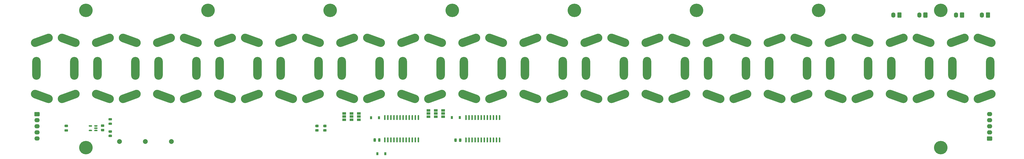
<source format=gbs>
G04 #@! TF.GenerationSoftware,KiCad,Pcbnew,6.0.5+dfsg-1~bpo11+1*
G04 #@! TF.CreationDate,2022-08-13T18:52:41+00:00*
G04 #@! TF.ProjectId,switch_board,73776974-6368-45f6-926f-6172642e6b69,0.1*
G04 #@! TF.SameCoordinates,Original*
G04 #@! TF.FileFunction,Soldermask,Bot*
G04 #@! TF.FilePolarity,Negative*
%FSLAX46Y46*%
G04 Gerber Fmt 4.6, Leading zero omitted, Abs format (unit mm)*
G04 Created by KiCad (PCBNEW 6.0.5+dfsg-1~bpo11+1) date 2022-08-13 18:52:41*
%MOMM*%
%LPD*%
G01*
G04 APERTURE LIST*
%ADD10O,3.500000X9.500000*%
%ADD11C,5.600000*%
%ADD12O,1.740000X2.190000*%
%ADD13O,2.190000X1.740000*%
%ADD14C,2.000000*%
%ADD15R,0.900000X1.200000*%
%ADD16R,1.500000X1.000000*%
G04 APERTURE END LIST*
G36*
G01*
X250632543Y-141354522D02*
X244994387Y-139302402D01*
G75*
G02*
X243948460Y-137059405I598535J1644462D01*
G01*
X243948460Y-137059405D01*
G75*
G02*
X246191457Y-136013478I1644462J-598535D01*
G01*
X251829613Y-138065598D01*
G75*
G02*
X252875540Y-140308595I-598535J-1644462D01*
G01*
X252875540Y-140308595D01*
G75*
G02*
X250632543Y-141354522I-1644462J598535D01*
G01*
G37*
D10*
X246126000Y-127000000D03*
G36*
G01*
X244994387Y-114697598D02*
X250632543Y-112645478D01*
G75*
G02*
X252875540Y-113691405I598535J-1644462D01*
G01*
X252875540Y-113691405D01*
G75*
G02*
X251829613Y-115934402I-1644462J-598535D01*
G01*
X246191457Y-117986522D01*
G75*
G02*
X243948460Y-116940595I-598535J1644462D01*
G01*
X243948460Y-116940595D01*
G75*
G02*
X244994387Y-114697598I1644462J598535D01*
G01*
G37*
G36*
G01*
X256170387Y-138065598D02*
X261808543Y-136013478D01*
G75*
G02*
X264051540Y-137059405I598535J-1644462D01*
G01*
X264051540Y-137059405D01*
G75*
G02*
X263005613Y-139302402I-1644462J-598535D01*
G01*
X257367457Y-141354522D01*
G75*
G02*
X255124460Y-140308595I-598535J1644462D01*
G01*
X255124460Y-140308595D01*
G75*
G02*
X256170387Y-138065598I1644462J598535D01*
G01*
G37*
X261874000Y-127000000D03*
G36*
G01*
X261808543Y-117986522D02*
X256170387Y-115934402D01*
G75*
G02*
X255124460Y-113691405I598535J1644462D01*
G01*
X255124460Y-113691405D01*
G75*
G02*
X257367457Y-112645478I1644462J-598535D01*
G01*
X263005613Y-114697598D01*
G75*
G02*
X264051540Y-116940595I-598535J-1644462D01*
G01*
X264051540Y-116940595D01*
G75*
G02*
X261808543Y-117986522I-1644462J598535D01*
G01*
G37*
G36*
G01*
X377632543Y-141354522D02*
X371994387Y-139302402D01*
G75*
G02*
X370948460Y-137059405I598535J1644462D01*
G01*
X370948460Y-137059405D01*
G75*
G02*
X373191457Y-136013478I1644462J-598535D01*
G01*
X378829613Y-138065598D01*
G75*
G02*
X379875540Y-140308595I-598535J-1644462D01*
G01*
X379875540Y-140308595D01*
G75*
G02*
X377632543Y-141354522I-1644462J598535D01*
G01*
G37*
X373126000Y-127000000D03*
G36*
G01*
X371994387Y-114697598D02*
X377632543Y-112645478D01*
G75*
G02*
X379875540Y-113691405I598535J-1644462D01*
G01*
X379875540Y-113691405D01*
G75*
G02*
X378829613Y-115934402I-1644462J-598535D01*
G01*
X373191457Y-117986522D01*
G75*
G02*
X370948460Y-116940595I-598535J1644462D01*
G01*
X370948460Y-116940595D01*
G75*
G02*
X371994387Y-114697598I1644462J598535D01*
G01*
G37*
G36*
G01*
X383170387Y-138065598D02*
X388808543Y-136013478D01*
G75*
G02*
X391051540Y-137059405I598535J-1644462D01*
G01*
X391051540Y-137059405D01*
G75*
G02*
X390005613Y-139302402I-1644462J-598535D01*
G01*
X384367457Y-141354522D01*
G75*
G02*
X382124460Y-140308595I-598535J1644462D01*
G01*
X382124460Y-140308595D01*
G75*
G02*
X383170387Y-138065598I1644462J598535D01*
G01*
G37*
X388874000Y-127000000D03*
G36*
G01*
X388808543Y-117986522D02*
X383170387Y-115934402D01*
G75*
G02*
X382124460Y-113691405I598535J1644462D01*
G01*
X382124460Y-113691405D01*
G75*
G02*
X384367457Y-112645478I1644462J-598535D01*
G01*
X390005613Y-114697598D01*
G75*
G02*
X391051540Y-116940595I-598535J-1644462D01*
G01*
X391051540Y-116940595D01*
G75*
G02*
X388808543Y-117986522I-1644462J598535D01*
G01*
G37*
G36*
G01*
X174432543Y-141354522D02*
X168794387Y-139302402D01*
G75*
G02*
X167748460Y-137059405I598535J1644462D01*
G01*
X167748460Y-137059405D01*
G75*
G02*
X169991457Y-136013478I1644462J-598535D01*
G01*
X175629613Y-138065598D01*
G75*
G02*
X176675540Y-140308595I-598535J-1644462D01*
G01*
X176675540Y-140308595D01*
G75*
G02*
X174432543Y-141354522I-1644462J598535D01*
G01*
G37*
X169926000Y-127000000D03*
G36*
G01*
X168794387Y-114697598D02*
X174432543Y-112645478D01*
G75*
G02*
X176675540Y-113691405I598535J-1644462D01*
G01*
X176675540Y-113691405D01*
G75*
G02*
X175629613Y-115934402I-1644462J-598535D01*
G01*
X169991457Y-117986522D01*
G75*
G02*
X167748460Y-116940595I-598535J1644462D01*
G01*
X167748460Y-116940595D01*
G75*
G02*
X168794387Y-114697598I1644462J598535D01*
G01*
G37*
G36*
G01*
X179970387Y-138065598D02*
X185608543Y-136013478D01*
G75*
G02*
X187851540Y-137059405I598535J-1644462D01*
G01*
X187851540Y-137059405D01*
G75*
G02*
X186805613Y-139302402I-1644462J-598535D01*
G01*
X181167457Y-141354522D01*
G75*
G02*
X178924460Y-140308595I-598535J1644462D01*
G01*
X178924460Y-140308595D01*
G75*
G02*
X179970387Y-138065598I1644462J598535D01*
G01*
G37*
X185674000Y-127000000D03*
G36*
G01*
X185608543Y-117986522D02*
X179970387Y-115934402D01*
G75*
G02*
X178924460Y-113691405I598535J1644462D01*
G01*
X178924460Y-113691405D01*
G75*
G02*
X181167457Y-112645478I1644462J-598535D01*
G01*
X186805613Y-114697598D01*
G75*
G02*
X187851540Y-116940595I-598535J-1644462D01*
G01*
X187851540Y-116940595D01*
G75*
G02*
X185608543Y-117986522I-1644462J598535D01*
G01*
G37*
G36*
G01*
X47432543Y-141354522D02*
X41794387Y-139302402D01*
G75*
G02*
X40748460Y-137059405I598535J1644462D01*
G01*
X40748460Y-137059405D01*
G75*
G02*
X42991457Y-136013478I1644462J-598535D01*
G01*
X48629613Y-138065598D01*
G75*
G02*
X49675540Y-140308595I-598535J-1644462D01*
G01*
X49675540Y-140308595D01*
G75*
G02*
X47432543Y-141354522I-1644462J598535D01*
G01*
G37*
X42926000Y-127000000D03*
G36*
G01*
X41794387Y-114697598D02*
X47432543Y-112645478D01*
G75*
G02*
X49675540Y-113691405I598535J-1644462D01*
G01*
X49675540Y-113691405D01*
G75*
G02*
X48629613Y-115934402I-1644462J-598535D01*
G01*
X42991457Y-117986522D01*
G75*
G02*
X40748460Y-116940595I-598535J1644462D01*
G01*
X40748460Y-116940595D01*
G75*
G02*
X41794387Y-114697598I1644462J598535D01*
G01*
G37*
G36*
G01*
X52970387Y-138065598D02*
X58608543Y-136013478D01*
G75*
G02*
X60851540Y-137059405I598535J-1644462D01*
G01*
X60851540Y-137059405D01*
G75*
G02*
X59805613Y-139302402I-1644462J-598535D01*
G01*
X54167457Y-141354522D01*
G75*
G02*
X51924460Y-140308595I-598535J1644462D01*
G01*
X51924460Y-140308595D01*
G75*
G02*
X52970387Y-138065598I1644462J598535D01*
G01*
G37*
X58674000Y-127000000D03*
G36*
G01*
X58608543Y-117986522D02*
X52970387Y-115934402D01*
G75*
G02*
X51924460Y-113691405I598535J1644462D01*
G01*
X51924460Y-113691405D01*
G75*
G02*
X54167457Y-112645478I1644462J-598535D01*
G01*
X59805613Y-114697598D01*
G75*
G02*
X60851540Y-116940595I-598535J-1644462D01*
G01*
X60851540Y-116940595D01*
G75*
G02*
X58608543Y-117986522I-1644462J598535D01*
G01*
G37*
G36*
G01*
X403032543Y-141354522D02*
X397394387Y-139302402D01*
G75*
G02*
X396348460Y-137059405I598535J1644462D01*
G01*
X396348460Y-137059405D01*
G75*
G02*
X398591457Y-136013478I1644462J-598535D01*
G01*
X404229613Y-138065598D01*
G75*
G02*
X405275540Y-140308595I-598535J-1644462D01*
G01*
X405275540Y-140308595D01*
G75*
G02*
X403032543Y-141354522I-1644462J598535D01*
G01*
G37*
X398526000Y-127000000D03*
G36*
G01*
X397394387Y-114697598D02*
X403032543Y-112645478D01*
G75*
G02*
X405275540Y-113691405I598535J-1644462D01*
G01*
X405275540Y-113691405D01*
G75*
G02*
X404229613Y-115934402I-1644462J-598535D01*
G01*
X398591457Y-117986522D01*
G75*
G02*
X396348460Y-116940595I-598535J1644462D01*
G01*
X396348460Y-116940595D01*
G75*
G02*
X397394387Y-114697598I1644462J598535D01*
G01*
G37*
G36*
G01*
X408570387Y-138065598D02*
X414208543Y-136013478D01*
G75*
G02*
X416451540Y-137059405I598535J-1644462D01*
G01*
X416451540Y-137059405D01*
G75*
G02*
X415405613Y-139302402I-1644462J-598535D01*
G01*
X409767457Y-141354522D01*
G75*
G02*
X407524460Y-140308595I-598535J1644462D01*
G01*
X407524460Y-140308595D01*
G75*
G02*
X408570387Y-138065598I1644462J598535D01*
G01*
G37*
X414274000Y-127000000D03*
G36*
G01*
X414208543Y-117986522D02*
X408570387Y-115934402D01*
G75*
G02*
X407524460Y-113691405I598535J1644462D01*
G01*
X407524460Y-113691405D01*
G75*
G02*
X409767457Y-112645478I1644462J-598535D01*
G01*
X415405613Y-114697598D01*
G75*
G02*
X416451540Y-116940595I-598535J-1644462D01*
G01*
X416451540Y-116940595D01*
G75*
G02*
X414208543Y-117986522I-1644462J598535D01*
G01*
G37*
G36*
G01*
X98232543Y-141354522D02*
X92594387Y-139302402D01*
G75*
G02*
X91548460Y-137059405I598535J1644462D01*
G01*
X91548460Y-137059405D01*
G75*
G02*
X93791457Y-136013478I1644462J-598535D01*
G01*
X99429613Y-138065598D01*
G75*
G02*
X100475540Y-140308595I-598535J-1644462D01*
G01*
X100475540Y-140308595D01*
G75*
G02*
X98232543Y-141354522I-1644462J598535D01*
G01*
G37*
X93726000Y-127000000D03*
G36*
G01*
X92594387Y-114697598D02*
X98232543Y-112645478D01*
G75*
G02*
X100475540Y-113691405I598535J-1644462D01*
G01*
X100475540Y-113691405D01*
G75*
G02*
X99429613Y-115934402I-1644462J-598535D01*
G01*
X93791457Y-117986522D01*
G75*
G02*
X91548460Y-116940595I-598535J1644462D01*
G01*
X91548460Y-116940595D01*
G75*
G02*
X92594387Y-114697598I1644462J598535D01*
G01*
G37*
G36*
G01*
X103770387Y-138065598D02*
X109408543Y-136013478D01*
G75*
G02*
X111651540Y-137059405I598535J-1644462D01*
G01*
X111651540Y-137059405D01*
G75*
G02*
X110605613Y-139302402I-1644462J-598535D01*
G01*
X104967457Y-141354522D01*
G75*
G02*
X102724460Y-140308595I-598535J1644462D01*
G01*
X102724460Y-140308595D01*
G75*
G02*
X103770387Y-138065598I1644462J598535D01*
G01*
G37*
X109474000Y-127000000D03*
G36*
G01*
X109408543Y-117986522D02*
X103770387Y-115934402D01*
G75*
G02*
X102724460Y-113691405I598535J1644462D01*
G01*
X102724460Y-113691405D01*
G75*
G02*
X104967457Y-112645478I1644462J-598535D01*
G01*
X110605613Y-114697598D01*
G75*
G02*
X111651540Y-116940595I-598535J-1644462D01*
G01*
X111651540Y-116940595D01*
G75*
G02*
X109408543Y-117986522I-1644462J598535D01*
G01*
G37*
D11*
X292100000Y-102870000D03*
X38100000Y-160020000D03*
X88900000Y-102870000D03*
X38100000Y-102870000D03*
G36*
G01*
X22032543Y-141354522D02*
X16394387Y-139302402D01*
G75*
G02*
X15348460Y-137059405I598535J1644462D01*
G01*
X15348460Y-137059405D01*
G75*
G02*
X17591457Y-136013478I1644462J-598535D01*
G01*
X23229613Y-138065598D01*
G75*
G02*
X24275540Y-140308595I-598535J-1644462D01*
G01*
X24275540Y-140308595D01*
G75*
G02*
X22032543Y-141354522I-1644462J598535D01*
G01*
G37*
D10*
X17526000Y-127000000D03*
G36*
G01*
X16394387Y-114697598D02*
X22032543Y-112645478D01*
G75*
G02*
X24275540Y-113691405I598535J-1644462D01*
G01*
X24275540Y-113691405D01*
G75*
G02*
X23229613Y-115934402I-1644462J-598535D01*
G01*
X17591457Y-117986522D01*
G75*
G02*
X15348460Y-116940595I-598535J1644462D01*
G01*
X15348460Y-116940595D01*
G75*
G02*
X16394387Y-114697598I1644462J598535D01*
G01*
G37*
G36*
G01*
X27570387Y-138065598D02*
X33208543Y-136013478D01*
G75*
G02*
X35451540Y-137059405I598535J-1644462D01*
G01*
X35451540Y-137059405D01*
G75*
G02*
X34405613Y-139302402I-1644462J-598535D01*
G01*
X28767457Y-141354522D01*
G75*
G02*
X26524460Y-140308595I-598535J1644462D01*
G01*
X26524460Y-140308595D01*
G75*
G02*
X27570387Y-138065598I1644462J598535D01*
G01*
G37*
X33274000Y-127000000D03*
G36*
G01*
X33208543Y-117986522D02*
X27570387Y-115934402D01*
G75*
G02*
X26524460Y-113691405I598535J1644462D01*
G01*
X26524460Y-113691405D01*
G75*
G02*
X28767457Y-112645478I1644462J-598535D01*
G01*
X34405613Y-114697598D01*
G75*
G02*
X35451540Y-116940595I-598535J-1644462D01*
G01*
X35451540Y-116940595D01*
G75*
G02*
X33208543Y-117986522I-1644462J598535D01*
G01*
G37*
G36*
G01*
X225232543Y-141354522D02*
X219594387Y-139302402D01*
G75*
G02*
X218548460Y-137059405I598535J1644462D01*
G01*
X218548460Y-137059405D01*
G75*
G02*
X220791457Y-136013478I1644462J-598535D01*
G01*
X226429613Y-138065598D01*
G75*
G02*
X227475540Y-140308595I-598535J-1644462D01*
G01*
X227475540Y-140308595D01*
G75*
G02*
X225232543Y-141354522I-1644462J598535D01*
G01*
G37*
X220726000Y-127000000D03*
G36*
G01*
X219594387Y-114697598D02*
X225232543Y-112645478D01*
G75*
G02*
X227475540Y-113691405I598535J-1644462D01*
G01*
X227475540Y-113691405D01*
G75*
G02*
X226429613Y-115934402I-1644462J-598535D01*
G01*
X220791457Y-117986522D01*
G75*
G02*
X218548460Y-116940595I-598535J1644462D01*
G01*
X218548460Y-116940595D01*
G75*
G02*
X219594387Y-114697598I1644462J598535D01*
G01*
G37*
G36*
G01*
X230770387Y-138065598D02*
X236408543Y-136013478D01*
G75*
G02*
X238651540Y-137059405I598535J-1644462D01*
G01*
X238651540Y-137059405D01*
G75*
G02*
X237605613Y-139302402I-1644462J-598535D01*
G01*
X231967457Y-141354522D01*
G75*
G02*
X229724460Y-140308595I-598535J1644462D01*
G01*
X229724460Y-140308595D01*
G75*
G02*
X230770387Y-138065598I1644462J598535D01*
G01*
G37*
X236474000Y-127000000D03*
G36*
G01*
X236408543Y-117986522D02*
X230770387Y-115934402D01*
G75*
G02*
X229724460Y-113691405I598535J1644462D01*
G01*
X229724460Y-113691405D01*
G75*
G02*
X231967457Y-112645478I1644462J-598535D01*
G01*
X237605613Y-114697598D01*
G75*
G02*
X238651540Y-116940595I-598535J-1644462D01*
G01*
X238651540Y-116940595D01*
G75*
G02*
X236408543Y-117986522I-1644462J598535D01*
G01*
G37*
G36*
G01*
X123632543Y-141354522D02*
X117994387Y-139302402D01*
G75*
G02*
X116948460Y-137059405I598535J1644462D01*
G01*
X116948460Y-137059405D01*
G75*
G02*
X119191457Y-136013478I1644462J-598535D01*
G01*
X124829613Y-138065598D01*
G75*
G02*
X125875540Y-140308595I-598535J-1644462D01*
G01*
X125875540Y-140308595D01*
G75*
G02*
X123632543Y-141354522I-1644462J598535D01*
G01*
G37*
X119126000Y-127000000D03*
G36*
G01*
X117994387Y-114697598D02*
X123632543Y-112645478D01*
G75*
G02*
X125875540Y-113691405I598535J-1644462D01*
G01*
X125875540Y-113691405D01*
G75*
G02*
X124829613Y-115934402I-1644462J-598535D01*
G01*
X119191457Y-117986522D01*
G75*
G02*
X116948460Y-116940595I-598535J1644462D01*
G01*
X116948460Y-116940595D01*
G75*
G02*
X117994387Y-114697598I1644462J598535D01*
G01*
G37*
G36*
G01*
X129170387Y-138065598D02*
X134808543Y-136013478D01*
G75*
G02*
X137051540Y-137059405I598535J-1644462D01*
G01*
X137051540Y-137059405D01*
G75*
G02*
X136005613Y-139302402I-1644462J-598535D01*
G01*
X130367457Y-141354522D01*
G75*
G02*
X128124460Y-140308595I-598535J1644462D01*
G01*
X128124460Y-140308595D01*
G75*
G02*
X129170387Y-138065598I1644462J598535D01*
G01*
G37*
X134874000Y-127000000D03*
G36*
G01*
X134808543Y-117986522D02*
X129170387Y-115934402D01*
G75*
G02*
X128124460Y-113691405I598535J1644462D01*
G01*
X128124460Y-113691405D01*
G75*
G02*
X130367457Y-112645478I1644462J-598535D01*
G01*
X136005613Y-114697598D01*
G75*
G02*
X137051540Y-116940595I-598535J-1644462D01*
G01*
X137051540Y-116940595D01*
G75*
G02*
X134808543Y-117986522I-1644462J598535D01*
G01*
G37*
G36*
G01*
X326832543Y-141354522D02*
X321194387Y-139302402D01*
G75*
G02*
X320148460Y-137059405I598535J1644462D01*
G01*
X320148460Y-137059405D01*
G75*
G02*
X322391457Y-136013478I1644462J-598535D01*
G01*
X328029613Y-138065598D01*
G75*
G02*
X329075540Y-140308595I-598535J-1644462D01*
G01*
X329075540Y-140308595D01*
G75*
G02*
X326832543Y-141354522I-1644462J598535D01*
G01*
G37*
X322326000Y-127000000D03*
G36*
G01*
X321194387Y-114697598D02*
X326832543Y-112645478D01*
G75*
G02*
X329075540Y-113691405I598535J-1644462D01*
G01*
X329075540Y-113691405D01*
G75*
G02*
X328029613Y-115934402I-1644462J-598535D01*
G01*
X322391457Y-117986522D01*
G75*
G02*
X320148460Y-116940595I-598535J1644462D01*
G01*
X320148460Y-116940595D01*
G75*
G02*
X321194387Y-114697598I1644462J598535D01*
G01*
G37*
G36*
G01*
X332370387Y-138065598D02*
X338008543Y-136013478D01*
G75*
G02*
X340251540Y-137059405I598535J-1644462D01*
G01*
X340251540Y-137059405D01*
G75*
G02*
X339205613Y-139302402I-1644462J-598535D01*
G01*
X333567457Y-141354522D01*
G75*
G02*
X331324460Y-140308595I-598535J1644462D01*
G01*
X331324460Y-140308595D01*
G75*
G02*
X332370387Y-138065598I1644462J598535D01*
G01*
G37*
X338074000Y-127000000D03*
G36*
G01*
X338008543Y-117986522D02*
X332370387Y-115934402D01*
G75*
G02*
X331324460Y-113691405I598535J1644462D01*
G01*
X331324460Y-113691405D01*
G75*
G02*
X333567457Y-112645478I1644462J-598535D01*
G01*
X339205613Y-114697598D01*
G75*
G02*
X340251540Y-116940595I-598535J-1644462D01*
G01*
X340251540Y-116940595D01*
G75*
G02*
X338008543Y-117986522I-1644462J598535D01*
G01*
G37*
D11*
X139700000Y-102870000D03*
G36*
G01*
X276032543Y-141354522D02*
X270394387Y-139302402D01*
G75*
G02*
X269348460Y-137059405I598535J1644462D01*
G01*
X269348460Y-137059405D01*
G75*
G02*
X271591457Y-136013478I1644462J-598535D01*
G01*
X277229613Y-138065598D01*
G75*
G02*
X278275540Y-140308595I-598535J-1644462D01*
G01*
X278275540Y-140308595D01*
G75*
G02*
X276032543Y-141354522I-1644462J598535D01*
G01*
G37*
D10*
X271526000Y-127000000D03*
G36*
G01*
X270394387Y-114697598D02*
X276032543Y-112645478D01*
G75*
G02*
X278275540Y-113691405I598535J-1644462D01*
G01*
X278275540Y-113691405D01*
G75*
G02*
X277229613Y-115934402I-1644462J-598535D01*
G01*
X271591457Y-117986522D01*
G75*
G02*
X269348460Y-116940595I-598535J1644462D01*
G01*
X269348460Y-116940595D01*
G75*
G02*
X270394387Y-114697598I1644462J598535D01*
G01*
G37*
G36*
G01*
X281570387Y-138065598D02*
X287208543Y-136013478D01*
G75*
G02*
X289451540Y-137059405I598535J-1644462D01*
G01*
X289451540Y-137059405D01*
G75*
G02*
X288405613Y-139302402I-1644462J-598535D01*
G01*
X282767457Y-141354522D01*
G75*
G02*
X280524460Y-140308595I-598535J1644462D01*
G01*
X280524460Y-140308595D01*
G75*
G02*
X281570387Y-138065598I1644462J598535D01*
G01*
G37*
X287274000Y-127000000D03*
G36*
G01*
X287208543Y-117986522D02*
X281570387Y-115934402D01*
G75*
G02*
X280524460Y-113691405I598535J1644462D01*
G01*
X280524460Y-113691405D01*
G75*
G02*
X282767457Y-112645478I1644462J-598535D01*
G01*
X288405613Y-114697598D01*
G75*
G02*
X289451540Y-116940595I-598535J-1644462D01*
G01*
X289451540Y-116940595D01*
G75*
G02*
X287208543Y-117986522I-1644462J598535D01*
G01*
G37*
G36*
G01*
X149032543Y-141354522D02*
X143394387Y-139302402D01*
G75*
G02*
X142348460Y-137059405I598535J1644462D01*
G01*
X142348460Y-137059405D01*
G75*
G02*
X144591457Y-136013478I1644462J-598535D01*
G01*
X150229613Y-138065598D01*
G75*
G02*
X151275540Y-140308595I-598535J-1644462D01*
G01*
X151275540Y-140308595D01*
G75*
G02*
X149032543Y-141354522I-1644462J598535D01*
G01*
G37*
X144526000Y-127000000D03*
G36*
G01*
X143394387Y-114697598D02*
X149032543Y-112645478D01*
G75*
G02*
X151275540Y-113691405I598535J-1644462D01*
G01*
X151275540Y-113691405D01*
G75*
G02*
X150229613Y-115934402I-1644462J-598535D01*
G01*
X144591457Y-117986522D01*
G75*
G02*
X142348460Y-116940595I-598535J1644462D01*
G01*
X142348460Y-116940595D01*
G75*
G02*
X143394387Y-114697598I1644462J598535D01*
G01*
G37*
G36*
G01*
X154570387Y-138065598D02*
X160208543Y-136013478D01*
G75*
G02*
X162451540Y-137059405I598535J-1644462D01*
G01*
X162451540Y-137059405D01*
G75*
G02*
X161405613Y-139302402I-1644462J-598535D01*
G01*
X155767457Y-141354522D01*
G75*
G02*
X153524460Y-140308595I-598535J1644462D01*
G01*
X153524460Y-140308595D01*
G75*
G02*
X154570387Y-138065598I1644462J598535D01*
G01*
G37*
X160274000Y-127000000D03*
G36*
G01*
X160208543Y-117986522D02*
X154570387Y-115934402D01*
G75*
G02*
X153524460Y-113691405I598535J1644462D01*
G01*
X153524460Y-113691405D01*
G75*
G02*
X155767457Y-112645478I1644462J-598535D01*
G01*
X161405613Y-114697598D01*
G75*
G02*
X162451540Y-116940595I-598535J-1644462D01*
G01*
X162451540Y-116940595D01*
G75*
G02*
X160208543Y-117986522I-1644462J598535D01*
G01*
G37*
G36*
G01*
X301432543Y-141354522D02*
X295794387Y-139302402D01*
G75*
G02*
X294748460Y-137059405I598535J1644462D01*
G01*
X294748460Y-137059405D01*
G75*
G02*
X296991457Y-136013478I1644462J-598535D01*
G01*
X302629613Y-138065598D01*
G75*
G02*
X303675540Y-140308595I-598535J-1644462D01*
G01*
X303675540Y-140308595D01*
G75*
G02*
X301432543Y-141354522I-1644462J598535D01*
G01*
G37*
X296926000Y-127000000D03*
G36*
G01*
X295794387Y-114697598D02*
X301432543Y-112645478D01*
G75*
G02*
X303675540Y-113691405I598535J-1644462D01*
G01*
X303675540Y-113691405D01*
G75*
G02*
X302629613Y-115934402I-1644462J-598535D01*
G01*
X296991457Y-117986522D01*
G75*
G02*
X294748460Y-116940595I-598535J1644462D01*
G01*
X294748460Y-116940595D01*
G75*
G02*
X295794387Y-114697598I1644462J598535D01*
G01*
G37*
G36*
G01*
X306970387Y-138065598D02*
X312608543Y-136013478D01*
G75*
G02*
X314851540Y-137059405I598535J-1644462D01*
G01*
X314851540Y-137059405D01*
G75*
G02*
X313805613Y-139302402I-1644462J-598535D01*
G01*
X308167457Y-141354522D01*
G75*
G02*
X305924460Y-140308595I-598535J1644462D01*
G01*
X305924460Y-140308595D01*
G75*
G02*
X306970387Y-138065598I1644462J598535D01*
G01*
G37*
X312674000Y-127000000D03*
G36*
G01*
X312608543Y-117986522D02*
X306970387Y-115934402D01*
G75*
G02*
X305924460Y-113691405I598535J1644462D01*
G01*
X305924460Y-113691405D01*
G75*
G02*
X308167457Y-112645478I1644462J-598535D01*
G01*
X313805613Y-114697598D01*
G75*
G02*
X314851540Y-116940595I-598535J-1644462D01*
G01*
X314851540Y-116940595D01*
G75*
G02*
X312608543Y-117986522I-1644462J598535D01*
G01*
G37*
G36*
G01*
X199832543Y-141354522D02*
X194194387Y-139302402D01*
G75*
G02*
X193148460Y-137059405I598535J1644462D01*
G01*
X193148460Y-137059405D01*
G75*
G02*
X195391457Y-136013478I1644462J-598535D01*
G01*
X201029613Y-138065598D01*
G75*
G02*
X202075540Y-140308595I-598535J-1644462D01*
G01*
X202075540Y-140308595D01*
G75*
G02*
X199832543Y-141354522I-1644462J598535D01*
G01*
G37*
X195326000Y-127000000D03*
G36*
G01*
X194194387Y-114697598D02*
X199832543Y-112645478D01*
G75*
G02*
X202075540Y-113691405I598535J-1644462D01*
G01*
X202075540Y-113691405D01*
G75*
G02*
X201029613Y-115934402I-1644462J-598535D01*
G01*
X195391457Y-117986522D01*
G75*
G02*
X193148460Y-116940595I-598535J1644462D01*
G01*
X193148460Y-116940595D01*
G75*
G02*
X194194387Y-114697598I1644462J598535D01*
G01*
G37*
G36*
G01*
X205370387Y-138065598D02*
X211008543Y-136013478D01*
G75*
G02*
X213251540Y-137059405I598535J-1644462D01*
G01*
X213251540Y-137059405D01*
G75*
G02*
X212205613Y-139302402I-1644462J-598535D01*
G01*
X206567457Y-141354522D01*
G75*
G02*
X204324460Y-140308595I-598535J1644462D01*
G01*
X204324460Y-140308595D01*
G75*
G02*
X205370387Y-138065598I1644462J598535D01*
G01*
G37*
X211074000Y-127000000D03*
G36*
G01*
X211008543Y-117986522D02*
X205370387Y-115934402D01*
G75*
G02*
X204324460Y-113691405I598535J1644462D01*
G01*
X204324460Y-113691405D01*
G75*
G02*
X206567457Y-112645478I1644462J-598535D01*
G01*
X212205613Y-114697598D01*
G75*
G02*
X213251540Y-116940595I-598535J-1644462D01*
G01*
X213251540Y-116940595D01*
G75*
G02*
X211008543Y-117986522I-1644462J598535D01*
G01*
G37*
D11*
X342900000Y-102870000D03*
G36*
G01*
X72832543Y-141354522D02*
X67194387Y-139302402D01*
G75*
G02*
X66148460Y-137059405I598535J1644462D01*
G01*
X66148460Y-137059405D01*
G75*
G02*
X68391457Y-136013478I1644462J-598535D01*
G01*
X74029613Y-138065598D01*
G75*
G02*
X75075540Y-140308595I-598535J-1644462D01*
G01*
X75075540Y-140308595D01*
G75*
G02*
X72832543Y-141354522I-1644462J598535D01*
G01*
G37*
D10*
X68326000Y-127000000D03*
G36*
G01*
X67194387Y-114697598D02*
X72832543Y-112645478D01*
G75*
G02*
X75075540Y-113691405I598535J-1644462D01*
G01*
X75075540Y-113691405D01*
G75*
G02*
X74029613Y-115934402I-1644462J-598535D01*
G01*
X68391457Y-117986522D01*
G75*
G02*
X66148460Y-116940595I-598535J1644462D01*
G01*
X66148460Y-116940595D01*
G75*
G02*
X67194387Y-114697598I1644462J598535D01*
G01*
G37*
G36*
G01*
X78370387Y-138065598D02*
X84008543Y-136013478D01*
G75*
G02*
X86251540Y-137059405I598535J-1644462D01*
G01*
X86251540Y-137059405D01*
G75*
G02*
X85205613Y-139302402I-1644462J-598535D01*
G01*
X79567457Y-141354522D01*
G75*
G02*
X77324460Y-140308595I-598535J1644462D01*
G01*
X77324460Y-140308595D01*
G75*
G02*
X78370387Y-138065598I1644462J598535D01*
G01*
G37*
X84074000Y-127000000D03*
G36*
G01*
X84008543Y-117986522D02*
X78370387Y-115934402D01*
G75*
G02*
X77324460Y-113691405I598535J1644462D01*
G01*
X77324460Y-113691405D01*
G75*
G02*
X79567457Y-112645478I1644462J-598535D01*
G01*
X85205613Y-114697598D01*
G75*
G02*
X86251540Y-116940595I-598535J-1644462D01*
G01*
X86251540Y-116940595D01*
G75*
G02*
X84008543Y-117986522I-1644462J598535D01*
G01*
G37*
G36*
G01*
X352232543Y-141354522D02*
X346594387Y-139302402D01*
G75*
G02*
X345548460Y-137059405I598535J1644462D01*
G01*
X345548460Y-137059405D01*
G75*
G02*
X347791457Y-136013478I1644462J-598535D01*
G01*
X353429613Y-138065598D01*
G75*
G02*
X354475540Y-140308595I-598535J-1644462D01*
G01*
X354475540Y-140308595D01*
G75*
G02*
X352232543Y-141354522I-1644462J598535D01*
G01*
G37*
X347726000Y-127000000D03*
G36*
G01*
X346594387Y-114697598D02*
X352232543Y-112645478D01*
G75*
G02*
X354475540Y-113691405I598535J-1644462D01*
G01*
X354475540Y-113691405D01*
G75*
G02*
X353429613Y-115934402I-1644462J-598535D01*
G01*
X347791457Y-117986522D01*
G75*
G02*
X345548460Y-116940595I-598535J1644462D01*
G01*
X345548460Y-116940595D01*
G75*
G02*
X346594387Y-114697598I1644462J598535D01*
G01*
G37*
G36*
G01*
X357770387Y-138065598D02*
X363408543Y-136013478D01*
G75*
G02*
X365651540Y-137059405I598535J-1644462D01*
G01*
X365651540Y-137059405D01*
G75*
G02*
X364605613Y-139302402I-1644462J-598535D01*
G01*
X358967457Y-141354522D01*
G75*
G02*
X356724460Y-140308595I-598535J1644462D01*
G01*
X356724460Y-140308595D01*
G75*
G02*
X357770387Y-138065598I1644462J598535D01*
G01*
G37*
X363474000Y-127000000D03*
G36*
G01*
X363408543Y-117986522D02*
X357770387Y-115934402D01*
G75*
G02*
X356724460Y-113691405I598535J1644462D01*
G01*
X356724460Y-113691405D01*
G75*
G02*
X358967457Y-112645478I1644462J-598535D01*
G01*
X364605613Y-114697598D01*
G75*
G02*
X365651540Y-116940595I-598535J-1644462D01*
G01*
X365651540Y-116940595D01*
G75*
G02*
X363408543Y-117986522I-1644462J598535D01*
G01*
G37*
D11*
X241300000Y-102870000D03*
X393700000Y-102870000D03*
X190500000Y-102870000D03*
X393700000Y-160020000D03*
G36*
G01*
X403460000Y-103950000D02*
X403460000Y-105640000D01*
G75*
G02*
X403210000Y-105890000I-250000J0D01*
G01*
X401970000Y-105890000D01*
G75*
G02*
X401720000Y-105640000I0J250000D01*
G01*
X401720000Y-103950000D01*
G75*
G02*
X401970000Y-103700000I250000J0D01*
G01*
X403210000Y-103700000D01*
G75*
G02*
X403460000Y-103950000I0J-250000D01*
G01*
G37*
D12*
X400050000Y-104795000D03*
G36*
G01*
X16935000Y-145180000D02*
X18625000Y-145180000D01*
G75*
G02*
X18875000Y-145430000I0J-250000D01*
G01*
X18875000Y-146670000D01*
G75*
G02*
X18625000Y-146920000I-250000J0D01*
G01*
X16935000Y-146920000D01*
G75*
G02*
X16685000Y-146670000I0J250000D01*
G01*
X16685000Y-145430000D01*
G75*
G02*
X16935000Y-145180000I250000J0D01*
G01*
G37*
D13*
X17780000Y-148590000D03*
X17780000Y-151130000D03*
X17780000Y-153670000D03*
X17780000Y-156210000D03*
G36*
G01*
X133789000Y-150467000D02*
X134689000Y-150467000D01*
G75*
G02*
X134939000Y-150717000I0J-250000D01*
G01*
X134939000Y-151242000D01*
G75*
G02*
X134689000Y-151492000I-250000J0D01*
G01*
X133789000Y-151492000D01*
G75*
G02*
X133539000Y-151242000I0J250000D01*
G01*
X133539000Y-150717000D01*
G75*
G02*
X133789000Y-150467000I250000J0D01*
G01*
G37*
G36*
G01*
X133789000Y-152292000D02*
X134689000Y-152292000D01*
G75*
G02*
X134939000Y-152542000I0J-250000D01*
G01*
X134939000Y-153067000D01*
G75*
G02*
X134689000Y-153317000I-250000J0D01*
G01*
X133789000Y-153317000D01*
G75*
G02*
X133539000Y-153067000I0J250000D01*
G01*
X133539000Y-152542000D01*
G75*
G02*
X133789000Y-152292000I250000J0D01*
G01*
G37*
D14*
X62865000Y-157480000D03*
G36*
G01*
X160682600Y-156370000D02*
X160682600Y-157320000D01*
G75*
G02*
X160432600Y-157570000I-250000J0D01*
G01*
X159932600Y-157570000D01*
G75*
G02*
X159682600Y-157320000I0J250000D01*
G01*
X159682600Y-156370000D01*
G75*
G02*
X159932600Y-156120000I250000J0D01*
G01*
X160432600Y-156120000D01*
G75*
G02*
X160682600Y-156370000I0J-250000D01*
G01*
G37*
G36*
G01*
X158782600Y-156370000D02*
X158782600Y-157320000D01*
G75*
G02*
X158532600Y-157570000I-250000J0D01*
G01*
X158032600Y-157570000D01*
G75*
G02*
X157782600Y-157320000I0J250000D01*
G01*
X157782600Y-156370000D01*
G75*
G02*
X158032600Y-156120000I250000J0D01*
G01*
X158532600Y-156120000D01*
G75*
G02*
X158782600Y-156370000I0J-250000D01*
G01*
G37*
G36*
G01*
X196065000Y-146471000D02*
X196365000Y-146471000D01*
G75*
G02*
X196515000Y-146621000I0J-150000D01*
G01*
X196515000Y-148371000D01*
G75*
G02*
X196365000Y-148521000I-150000J0D01*
G01*
X196065000Y-148521000D01*
G75*
G02*
X195915000Y-148371000I0J150000D01*
G01*
X195915000Y-146621000D01*
G75*
G02*
X196065000Y-146471000I150000J0D01*
G01*
G37*
G36*
G01*
X197335000Y-146471000D02*
X197635000Y-146471000D01*
G75*
G02*
X197785000Y-146621000I0J-150000D01*
G01*
X197785000Y-148371000D01*
G75*
G02*
X197635000Y-148521000I-150000J0D01*
G01*
X197335000Y-148521000D01*
G75*
G02*
X197185000Y-148371000I0J150000D01*
G01*
X197185000Y-146621000D01*
G75*
G02*
X197335000Y-146471000I150000J0D01*
G01*
G37*
G36*
G01*
X198605000Y-146471000D02*
X198905000Y-146471000D01*
G75*
G02*
X199055000Y-146621000I0J-150000D01*
G01*
X199055000Y-148371000D01*
G75*
G02*
X198905000Y-148521000I-150000J0D01*
G01*
X198605000Y-148521000D01*
G75*
G02*
X198455000Y-148371000I0J150000D01*
G01*
X198455000Y-146621000D01*
G75*
G02*
X198605000Y-146471000I150000J0D01*
G01*
G37*
G36*
G01*
X199875000Y-146471000D02*
X200175000Y-146471000D01*
G75*
G02*
X200325000Y-146621000I0J-150000D01*
G01*
X200325000Y-148371000D01*
G75*
G02*
X200175000Y-148521000I-150000J0D01*
G01*
X199875000Y-148521000D01*
G75*
G02*
X199725000Y-148371000I0J150000D01*
G01*
X199725000Y-146621000D01*
G75*
G02*
X199875000Y-146471000I150000J0D01*
G01*
G37*
G36*
G01*
X201145000Y-146471000D02*
X201445000Y-146471000D01*
G75*
G02*
X201595000Y-146621000I0J-150000D01*
G01*
X201595000Y-148371000D01*
G75*
G02*
X201445000Y-148521000I-150000J0D01*
G01*
X201145000Y-148521000D01*
G75*
G02*
X200995000Y-148371000I0J150000D01*
G01*
X200995000Y-146621000D01*
G75*
G02*
X201145000Y-146471000I150000J0D01*
G01*
G37*
G36*
G01*
X202415000Y-146471000D02*
X202715000Y-146471000D01*
G75*
G02*
X202865000Y-146621000I0J-150000D01*
G01*
X202865000Y-148371000D01*
G75*
G02*
X202715000Y-148521000I-150000J0D01*
G01*
X202415000Y-148521000D01*
G75*
G02*
X202265000Y-148371000I0J150000D01*
G01*
X202265000Y-146621000D01*
G75*
G02*
X202415000Y-146471000I150000J0D01*
G01*
G37*
G36*
G01*
X203685000Y-146471000D02*
X203985000Y-146471000D01*
G75*
G02*
X204135000Y-146621000I0J-150000D01*
G01*
X204135000Y-148371000D01*
G75*
G02*
X203985000Y-148521000I-150000J0D01*
G01*
X203685000Y-148521000D01*
G75*
G02*
X203535000Y-148371000I0J150000D01*
G01*
X203535000Y-146621000D01*
G75*
G02*
X203685000Y-146471000I150000J0D01*
G01*
G37*
G36*
G01*
X204955000Y-146471000D02*
X205255000Y-146471000D01*
G75*
G02*
X205405000Y-146621000I0J-150000D01*
G01*
X205405000Y-148371000D01*
G75*
G02*
X205255000Y-148521000I-150000J0D01*
G01*
X204955000Y-148521000D01*
G75*
G02*
X204805000Y-148371000I0J150000D01*
G01*
X204805000Y-146621000D01*
G75*
G02*
X204955000Y-146471000I150000J0D01*
G01*
G37*
G36*
G01*
X206225000Y-146471000D02*
X206525000Y-146471000D01*
G75*
G02*
X206675000Y-146621000I0J-150000D01*
G01*
X206675000Y-148371000D01*
G75*
G02*
X206525000Y-148521000I-150000J0D01*
G01*
X206225000Y-148521000D01*
G75*
G02*
X206075000Y-148371000I0J150000D01*
G01*
X206075000Y-146621000D01*
G75*
G02*
X206225000Y-146471000I150000J0D01*
G01*
G37*
G36*
G01*
X207495000Y-146471000D02*
X207795000Y-146471000D01*
G75*
G02*
X207945000Y-146621000I0J-150000D01*
G01*
X207945000Y-148371000D01*
G75*
G02*
X207795000Y-148521000I-150000J0D01*
G01*
X207495000Y-148521000D01*
G75*
G02*
X207345000Y-148371000I0J150000D01*
G01*
X207345000Y-146621000D01*
G75*
G02*
X207495000Y-146471000I150000J0D01*
G01*
G37*
G36*
G01*
X208765000Y-146471000D02*
X209065000Y-146471000D01*
G75*
G02*
X209215000Y-146621000I0J-150000D01*
G01*
X209215000Y-148371000D01*
G75*
G02*
X209065000Y-148521000I-150000J0D01*
G01*
X208765000Y-148521000D01*
G75*
G02*
X208615000Y-148371000I0J150000D01*
G01*
X208615000Y-146621000D01*
G75*
G02*
X208765000Y-146471000I150000J0D01*
G01*
G37*
G36*
G01*
X210035000Y-146471000D02*
X210335000Y-146471000D01*
G75*
G02*
X210485000Y-146621000I0J-150000D01*
G01*
X210485000Y-148371000D01*
G75*
G02*
X210335000Y-148521000I-150000J0D01*
G01*
X210035000Y-148521000D01*
G75*
G02*
X209885000Y-148371000I0J150000D01*
G01*
X209885000Y-146621000D01*
G75*
G02*
X210035000Y-146471000I150000J0D01*
G01*
G37*
G36*
G01*
X210035000Y-155771000D02*
X210335000Y-155771000D01*
G75*
G02*
X210485000Y-155921000I0J-150000D01*
G01*
X210485000Y-157671000D01*
G75*
G02*
X210335000Y-157821000I-150000J0D01*
G01*
X210035000Y-157821000D01*
G75*
G02*
X209885000Y-157671000I0J150000D01*
G01*
X209885000Y-155921000D01*
G75*
G02*
X210035000Y-155771000I150000J0D01*
G01*
G37*
G36*
G01*
X208765000Y-155771000D02*
X209065000Y-155771000D01*
G75*
G02*
X209215000Y-155921000I0J-150000D01*
G01*
X209215000Y-157671000D01*
G75*
G02*
X209065000Y-157821000I-150000J0D01*
G01*
X208765000Y-157821000D01*
G75*
G02*
X208615000Y-157671000I0J150000D01*
G01*
X208615000Y-155921000D01*
G75*
G02*
X208765000Y-155771000I150000J0D01*
G01*
G37*
G36*
G01*
X207495000Y-155771000D02*
X207795000Y-155771000D01*
G75*
G02*
X207945000Y-155921000I0J-150000D01*
G01*
X207945000Y-157671000D01*
G75*
G02*
X207795000Y-157821000I-150000J0D01*
G01*
X207495000Y-157821000D01*
G75*
G02*
X207345000Y-157671000I0J150000D01*
G01*
X207345000Y-155921000D01*
G75*
G02*
X207495000Y-155771000I150000J0D01*
G01*
G37*
G36*
G01*
X206225000Y-155771000D02*
X206525000Y-155771000D01*
G75*
G02*
X206675000Y-155921000I0J-150000D01*
G01*
X206675000Y-157671000D01*
G75*
G02*
X206525000Y-157821000I-150000J0D01*
G01*
X206225000Y-157821000D01*
G75*
G02*
X206075000Y-157671000I0J150000D01*
G01*
X206075000Y-155921000D01*
G75*
G02*
X206225000Y-155771000I150000J0D01*
G01*
G37*
G36*
G01*
X204955000Y-155771000D02*
X205255000Y-155771000D01*
G75*
G02*
X205405000Y-155921000I0J-150000D01*
G01*
X205405000Y-157671000D01*
G75*
G02*
X205255000Y-157821000I-150000J0D01*
G01*
X204955000Y-157821000D01*
G75*
G02*
X204805000Y-157671000I0J150000D01*
G01*
X204805000Y-155921000D01*
G75*
G02*
X204955000Y-155771000I150000J0D01*
G01*
G37*
G36*
G01*
X203685000Y-155771000D02*
X203985000Y-155771000D01*
G75*
G02*
X204135000Y-155921000I0J-150000D01*
G01*
X204135000Y-157671000D01*
G75*
G02*
X203985000Y-157821000I-150000J0D01*
G01*
X203685000Y-157821000D01*
G75*
G02*
X203535000Y-157671000I0J150000D01*
G01*
X203535000Y-155921000D01*
G75*
G02*
X203685000Y-155771000I150000J0D01*
G01*
G37*
G36*
G01*
X202415000Y-155771000D02*
X202715000Y-155771000D01*
G75*
G02*
X202865000Y-155921000I0J-150000D01*
G01*
X202865000Y-157671000D01*
G75*
G02*
X202715000Y-157821000I-150000J0D01*
G01*
X202415000Y-157821000D01*
G75*
G02*
X202265000Y-157671000I0J150000D01*
G01*
X202265000Y-155921000D01*
G75*
G02*
X202415000Y-155771000I150000J0D01*
G01*
G37*
G36*
G01*
X201145000Y-155771000D02*
X201445000Y-155771000D01*
G75*
G02*
X201595000Y-155921000I0J-150000D01*
G01*
X201595000Y-157671000D01*
G75*
G02*
X201445000Y-157821000I-150000J0D01*
G01*
X201145000Y-157821000D01*
G75*
G02*
X200995000Y-157671000I0J150000D01*
G01*
X200995000Y-155921000D01*
G75*
G02*
X201145000Y-155771000I150000J0D01*
G01*
G37*
G36*
G01*
X199875000Y-155771000D02*
X200175000Y-155771000D01*
G75*
G02*
X200325000Y-155921000I0J-150000D01*
G01*
X200325000Y-157671000D01*
G75*
G02*
X200175000Y-157821000I-150000J0D01*
G01*
X199875000Y-157821000D01*
G75*
G02*
X199725000Y-157671000I0J150000D01*
G01*
X199725000Y-155921000D01*
G75*
G02*
X199875000Y-155771000I150000J0D01*
G01*
G37*
G36*
G01*
X198605000Y-155771000D02*
X198905000Y-155771000D01*
G75*
G02*
X199055000Y-155921000I0J-150000D01*
G01*
X199055000Y-157671000D01*
G75*
G02*
X198905000Y-157821000I-150000J0D01*
G01*
X198605000Y-157821000D01*
G75*
G02*
X198455000Y-157671000I0J150000D01*
G01*
X198455000Y-155921000D01*
G75*
G02*
X198605000Y-155771000I150000J0D01*
G01*
G37*
G36*
G01*
X197335000Y-155771000D02*
X197635000Y-155771000D01*
G75*
G02*
X197785000Y-155921000I0J-150000D01*
G01*
X197785000Y-157671000D01*
G75*
G02*
X197635000Y-157821000I-150000J0D01*
G01*
X197335000Y-157821000D01*
G75*
G02*
X197185000Y-157671000I0J150000D01*
G01*
X197185000Y-155921000D01*
G75*
G02*
X197335000Y-155771000I150000J0D01*
G01*
G37*
G36*
G01*
X196065000Y-155771000D02*
X196365000Y-155771000D01*
G75*
G02*
X196515000Y-155921000I0J-150000D01*
G01*
X196515000Y-157671000D01*
G75*
G02*
X196365000Y-157821000I-150000J0D01*
G01*
X196065000Y-157821000D01*
G75*
G02*
X195915000Y-157671000I0J150000D01*
G01*
X195915000Y-155921000D01*
G75*
G02*
X196065000Y-155771000I150000J0D01*
G01*
G37*
G36*
G01*
X162333800Y-146471000D02*
X162633800Y-146471000D01*
G75*
G02*
X162783800Y-146621000I0J-150000D01*
G01*
X162783800Y-148371000D01*
G75*
G02*
X162633800Y-148521000I-150000J0D01*
G01*
X162333800Y-148521000D01*
G75*
G02*
X162183800Y-148371000I0J150000D01*
G01*
X162183800Y-146621000D01*
G75*
G02*
X162333800Y-146471000I150000J0D01*
G01*
G37*
G36*
G01*
X163603800Y-146471000D02*
X163903800Y-146471000D01*
G75*
G02*
X164053800Y-146621000I0J-150000D01*
G01*
X164053800Y-148371000D01*
G75*
G02*
X163903800Y-148521000I-150000J0D01*
G01*
X163603800Y-148521000D01*
G75*
G02*
X163453800Y-148371000I0J150000D01*
G01*
X163453800Y-146621000D01*
G75*
G02*
X163603800Y-146471000I150000J0D01*
G01*
G37*
G36*
G01*
X164873800Y-146471000D02*
X165173800Y-146471000D01*
G75*
G02*
X165323800Y-146621000I0J-150000D01*
G01*
X165323800Y-148371000D01*
G75*
G02*
X165173800Y-148521000I-150000J0D01*
G01*
X164873800Y-148521000D01*
G75*
G02*
X164723800Y-148371000I0J150000D01*
G01*
X164723800Y-146621000D01*
G75*
G02*
X164873800Y-146471000I150000J0D01*
G01*
G37*
G36*
G01*
X166143800Y-146471000D02*
X166443800Y-146471000D01*
G75*
G02*
X166593800Y-146621000I0J-150000D01*
G01*
X166593800Y-148371000D01*
G75*
G02*
X166443800Y-148521000I-150000J0D01*
G01*
X166143800Y-148521000D01*
G75*
G02*
X165993800Y-148371000I0J150000D01*
G01*
X165993800Y-146621000D01*
G75*
G02*
X166143800Y-146471000I150000J0D01*
G01*
G37*
G36*
G01*
X167413800Y-146471000D02*
X167713800Y-146471000D01*
G75*
G02*
X167863800Y-146621000I0J-150000D01*
G01*
X167863800Y-148371000D01*
G75*
G02*
X167713800Y-148521000I-150000J0D01*
G01*
X167413800Y-148521000D01*
G75*
G02*
X167263800Y-148371000I0J150000D01*
G01*
X167263800Y-146621000D01*
G75*
G02*
X167413800Y-146471000I150000J0D01*
G01*
G37*
G36*
G01*
X168683800Y-146471000D02*
X168983800Y-146471000D01*
G75*
G02*
X169133800Y-146621000I0J-150000D01*
G01*
X169133800Y-148371000D01*
G75*
G02*
X168983800Y-148521000I-150000J0D01*
G01*
X168683800Y-148521000D01*
G75*
G02*
X168533800Y-148371000I0J150000D01*
G01*
X168533800Y-146621000D01*
G75*
G02*
X168683800Y-146471000I150000J0D01*
G01*
G37*
G36*
G01*
X169953800Y-146471000D02*
X170253800Y-146471000D01*
G75*
G02*
X170403800Y-146621000I0J-150000D01*
G01*
X170403800Y-148371000D01*
G75*
G02*
X170253800Y-148521000I-150000J0D01*
G01*
X169953800Y-148521000D01*
G75*
G02*
X169803800Y-148371000I0J150000D01*
G01*
X169803800Y-146621000D01*
G75*
G02*
X169953800Y-146471000I150000J0D01*
G01*
G37*
G36*
G01*
X171223800Y-146471000D02*
X171523800Y-146471000D01*
G75*
G02*
X171673800Y-146621000I0J-150000D01*
G01*
X171673800Y-148371000D01*
G75*
G02*
X171523800Y-148521000I-150000J0D01*
G01*
X171223800Y-148521000D01*
G75*
G02*
X171073800Y-148371000I0J150000D01*
G01*
X171073800Y-146621000D01*
G75*
G02*
X171223800Y-146471000I150000J0D01*
G01*
G37*
G36*
G01*
X172493800Y-146471000D02*
X172793800Y-146471000D01*
G75*
G02*
X172943800Y-146621000I0J-150000D01*
G01*
X172943800Y-148371000D01*
G75*
G02*
X172793800Y-148521000I-150000J0D01*
G01*
X172493800Y-148521000D01*
G75*
G02*
X172343800Y-148371000I0J150000D01*
G01*
X172343800Y-146621000D01*
G75*
G02*
X172493800Y-146471000I150000J0D01*
G01*
G37*
G36*
G01*
X173763800Y-146471000D02*
X174063800Y-146471000D01*
G75*
G02*
X174213800Y-146621000I0J-150000D01*
G01*
X174213800Y-148371000D01*
G75*
G02*
X174063800Y-148521000I-150000J0D01*
G01*
X173763800Y-148521000D01*
G75*
G02*
X173613800Y-148371000I0J150000D01*
G01*
X173613800Y-146621000D01*
G75*
G02*
X173763800Y-146471000I150000J0D01*
G01*
G37*
G36*
G01*
X175033800Y-146471000D02*
X175333800Y-146471000D01*
G75*
G02*
X175483800Y-146621000I0J-150000D01*
G01*
X175483800Y-148371000D01*
G75*
G02*
X175333800Y-148521000I-150000J0D01*
G01*
X175033800Y-148521000D01*
G75*
G02*
X174883800Y-148371000I0J150000D01*
G01*
X174883800Y-146621000D01*
G75*
G02*
X175033800Y-146471000I150000J0D01*
G01*
G37*
G36*
G01*
X176303800Y-146471000D02*
X176603800Y-146471000D01*
G75*
G02*
X176753800Y-146621000I0J-150000D01*
G01*
X176753800Y-148371000D01*
G75*
G02*
X176603800Y-148521000I-150000J0D01*
G01*
X176303800Y-148521000D01*
G75*
G02*
X176153800Y-148371000I0J150000D01*
G01*
X176153800Y-146621000D01*
G75*
G02*
X176303800Y-146471000I150000J0D01*
G01*
G37*
G36*
G01*
X176303800Y-155771000D02*
X176603800Y-155771000D01*
G75*
G02*
X176753800Y-155921000I0J-150000D01*
G01*
X176753800Y-157671000D01*
G75*
G02*
X176603800Y-157821000I-150000J0D01*
G01*
X176303800Y-157821000D01*
G75*
G02*
X176153800Y-157671000I0J150000D01*
G01*
X176153800Y-155921000D01*
G75*
G02*
X176303800Y-155771000I150000J0D01*
G01*
G37*
G36*
G01*
X175033800Y-155771000D02*
X175333800Y-155771000D01*
G75*
G02*
X175483800Y-155921000I0J-150000D01*
G01*
X175483800Y-157671000D01*
G75*
G02*
X175333800Y-157821000I-150000J0D01*
G01*
X175033800Y-157821000D01*
G75*
G02*
X174883800Y-157671000I0J150000D01*
G01*
X174883800Y-155921000D01*
G75*
G02*
X175033800Y-155771000I150000J0D01*
G01*
G37*
G36*
G01*
X173763800Y-155771000D02*
X174063800Y-155771000D01*
G75*
G02*
X174213800Y-155921000I0J-150000D01*
G01*
X174213800Y-157671000D01*
G75*
G02*
X174063800Y-157821000I-150000J0D01*
G01*
X173763800Y-157821000D01*
G75*
G02*
X173613800Y-157671000I0J150000D01*
G01*
X173613800Y-155921000D01*
G75*
G02*
X173763800Y-155771000I150000J0D01*
G01*
G37*
G36*
G01*
X172493800Y-155771000D02*
X172793800Y-155771000D01*
G75*
G02*
X172943800Y-155921000I0J-150000D01*
G01*
X172943800Y-157671000D01*
G75*
G02*
X172793800Y-157821000I-150000J0D01*
G01*
X172493800Y-157821000D01*
G75*
G02*
X172343800Y-157671000I0J150000D01*
G01*
X172343800Y-155921000D01*
G75*
G02*
X172493800Y-155771000I150000J0D01*
G01*
G37*
G36*
G01*
X171223800Y-155771000D02*
X171523800Y-155771000D01*
G75*
G02*
X171673800Y-155921000I0J-150000D01*
G01*
X171673800Y-157671000D01*
G75*
G02*
X171523800Y-157821000I-150000J0D01*
G01*
X171223800Y-157821000D01*
G75*
G02*
X171073800Y-157671000I0J150000D01*
G01*
X171073800Y-155921000D01*
G75*
G02*
X171223800Y-155771000I150000J0D01*
G01*
G37*
G36*
G01*
X169953800Y-155771000D02*
X170253800Y-155771000D01*
G75*
G02*
X170403800Y-155921000I0J-150000D01*
G01*
X170403800Y-157671000D01*
G75*
G02*
X170253800Y-157821000I-150000J0D01*
G01*
X169953800Y-157821000D01*
G75*
G02*
X169803800Y-157671000I0J150000D01*
G01*
X169803800Y-155921000D01*
G75*
G02*
X169953800Y-155771000I150000J0D01*
G01*
G37*
G36*
G01*
X168683800Y-155771000D02*
X168983800Y-155771000D01*
G75*
G02*
X169133800Y-155921000I0J-150000D01*
G01*
X169133800Y-157671000D01*
G75*
G02*
X168983800Y-157821000I-150000J0D01*
G01*
X168683800Y-157821000D01*
G75*
G02*
X168533800Y-157671000I0J150000D01*
G01*
X168533800Y-155921000D01*
G75*
G02*
X168683800Y-155771000I150000J0D01*
G01*
G37*
G36*
G01*
X167413800Y-155771000D02*
X167713800Y-155771000D01*
G75*
G02*
X167863800Y-155921000I0J-150000D01*
G01*
X167863800Y-157671000D01*
G75*
G02*
X167713800Y-157821000I-150000J0D01*
G01*
X167413800Y-157821000D01*
G75*
G02*
X167263800Y-157671000I0J150000D01*
G01*
X167263800Y-155921000D01*
G75*
G02*
X167413800Y-155771000I150000J0D01*
G01*
G37*
G36*
G01*
X166143800Y-155771000D02*
X166443800Y-155771000D01*
G75*
G02*
X166593800Y-155921000I0J-150000D01*
G01*
X166593800Y-157671000D01*
G75*
G02*
X166443800Y-157821000I-150000J0D01*
G01*
X166143800Y-157821000D01*
G75*
G02*
X165993800Y-157671000I0J150000D01*
G01*
X165993800Y-155921000D01*
G75*
G02*
X166143800Y-155771000I150000J0D01*
G01*
G37*
G36*
G01*
X164873800Y-155771000D02*
X165173800Y-155771000D01*
G75*
G02*
X165323800Y-155921000I0J-150000D01*
G01*
X165323800Y-157671000D01*
G75*
G02*
X165173800Y-157821000I-150000J0D01*
G01*
X164873800Y-157821000D01*
G75*
G02*
X164723800Y-157671000I0J150000D01*
G01*
X164723800Y-155921000D01*
G75*
G02*
X164873800Y-155771000I150000J0D01*
G01*
G37*
G36*
G01*
X163603800Y-155771000D02*
X163903800Y-155771000D01*
G75*
G02*
X164053800Y-155921000I0J-150000D01*
G01*
X164053800Y-157671000D01*
G75*
G02*
X163903800Y-157821000I-150000J0D01*
G01*
X163603800Y-157821000D01*
G75*
G02*
X163453800Y-157671000I0J150000D01*
G01*
X163453800Y-155921000D01*
G75*
G02*
X163603800Y-155771000I150000J0D01*
G01*
G37*
G36*
G01*
X162333800Y-155771000D02*
X162633800Y-155771000D01*
G75*
G02*
X162783800Y-155921000I0J-150000D01*
G01*
X162783800Y-157671000D01*
G75*
G02*
X162633800Y-157821000I-150000J0D01*
G01*
X162333800Y-157821000D01*
G75*
G02*
X162183800Y-157671000I0J150000D01*
G01*
X162183800Y-155921000D01*
G75*
G02*
X162333800Y-155771000I150000J0D01*
G01*
G37*
G36*
G01*
X48716250Y-150546500D02*
X47803750Y-150546500D01*
G75*
G02*
X47560000Y-150302750I0J243750D01*
G01*
X47560000Y-149815250D01*
G75*
G02*
X47803750Y-149571500I243750J0D01*
G01*
X48716250Y-149571500D01*
G75*
G02*
X48960000Y-149815250I0J-243750D01*
G01*
X48960000Y-150302750D01*
G75*
G02*
X48716250Y-150546500I-243750J0D01*
G01*
G37*
G36*
G01*
X48716250Y-148671500D02*
X47803750Y-148671500D01*
G75*
G02*
X47560000Y-148427750I0J243750D01*
G01*
X47560000Y-147940250D01*
G75*
G02*
X47803750Y-147696500I243750J0D01*
G01*
X48716250Y-147696500D01*
G75*
G02*
X48960000Y-147940250I0J-243750D01*
G01*
X48960000Y-148427750D01*
G75*
G02*
X48716250Y-148671500I-243750J0D01*
G01*
G37*
G36*
G01*
X388220000Y-103950000D02*
X388220000Y-105640000D01*
G75*
G02*
X387970000Y-105890000I-250000J0D01*
G01*
X386730000Y-105890000D01*
G75*
G02*
X386480000Y-105640000I0J250000D01*
G01*
X386480000Y-103950000D01*
G75*
G02*
X386730000Y-103700000I250000J0D01*
G01*
X387970000Y-103700000D01*
G75*
G02*
X388220000Y-103950000I0J-250000D01*
G01*
G37*
D12*
X384810000Y-104795000D03*
G36*
G01*
X414865000Y-157080000D02*
X413175000Y-157080000D01*
G75*
G02*
X412925000Y-156830000I0J250000D01*
G01*
X412925000Y-155590000D01*
G75*
G02*
X413175000Y-155340000I250000J0D01*
G01*
X414865000Y-155340000D01*
G75*
G02*
X415115000Y-155590000I0J-250000D01*
G01*
X415115000Y-156830000D01*
G75*
G02*
X414865000Y-157080000I-250000J0D01*
G01*
G37*
D13*
X414020000Y-153670000D03*
X414020000Y-151130000D03*
X414020000Y-148590000D03*
X414020000Y-146050000D03*
G36*
G01*
X44635000Y-150340000D02*
X45535000Y-150340000D01*
G75*
G02*
X45785000Y-150590000I0J-250000D01*
G01*
X45785000Y-151115000D01*
G75*
G02*
X45535000Y-151365000I-250000J0D01*
G01*
X44635000Y-151365000D01*
G75*
G02*
X44385000Y-151115000I0J250000D01*
G01*
X44385000Y-150590000D01*
G75*
G02*
X44635000Y-150340000I250000J0D01*
G01*
G37*
G36*
G01*
X44635000Y-152165000D02*
X45535000Y-152165000D01*
G75*
G02*
X45785000Y-152415000I0J-250000D01*
G01*
X45785000Y-152940000D01*
G75*
G02*
X45535000Y-153190000I-250000J0D01*
G01*
X44635000Y-153190000D01*
G75*
G02*
X44385000Y-152940000I0J250000D01*
G01*
X44385000Y-152415000D01*
G75*
G02*
X44635000Y-152165000I250000J0D01*
G01*
G37*
D15*
X162686000Y-162560000D03*
X159386000Y-162560000D03*
G36*
G01*
X194312200Y-156395400D02*
X194312200Y-157345400D01*
G75*
G02*
X194062200Y-157595400I-250000J0D01*
G01*
X193562200Y-157595400D01*
G75*
G02*
X193312200Y-157345400I0J250000D01*
G01*
X193312200Y-156395400D01*
G75*
G02*
X193562200Y-156145400I250000J0D01*
G01*
X194062200Y-156145400D01*
G75*
G02*
X194312200Y-156395400I0J-250000D01*
G01*
G37*
G36*
G01*
X192412200Y-156395400D02*
X192412200Y-157345400D01*
G75*
G02*
X192162200Y-157595400I-250000J0D01*
G01*
X191662200Y-157595400D01*
G75*
G02*
X191412200Y-157345400I0J250000D01*
G01*
X191412200Y-156395400D01*
G75*
G02*
X191662200Y-156145400I250000J0D01*
G01*
X192162200Y-156145400D01*
G75*
G02*
X192412200Y-156395400I0J-250000D01*
G01*
G37*
D14*
X52070000Y-157480000D03*
G36*
G01*
X42948000Y-150815500D02*
X42948000Y-151115500D01*
G75*
G02*
X42798000Y-151265500I-150000J0D01*
G01*
X41773000Y-151265500D01*
G75*
G02*
X41623000Y-151115500I0J150000D01*
G01*
X41623000Y-150815500D01*
G75*
G02*
X41773000Y-150665500I150000J0D01*
G01*
X42798000Y-150665500D01*
G75*
G02*
X42948000Y-150815500I0J-150000D01*
G01*
G37*
G36*
G01*
X42948000Y-151765500D02*
X42948000Y-152065500D01*
G75*
G02*
X42798000Y-152215500I-150000J0D01*
G01*
X41773000Y-152215500D01*
G75*
G02*
X41623000Y-152065500I0J150000D01*
G01*
X41623000Y-151765500D01*
G75*
G02*
X41773000Y-151615500I150000J0D01*
G01*
X42798000Y-151615500D01*
G75*
G02*
X42948000Y-151765500I0J-150000D01*
G01*
G37*
G36*
G01*
X42948000Y-152715500D02*
X42948000Y-153015500D01*
G75*
G02*
X42798000Y-153165500I-150000J0D01*
G01*
X41773000Y-153165500D01*
G75*
G02*
X41623000Y-153015500I0J150000D01*
G01*
X41623000Y-152715500D01*
G75*
G02*
X41773000Y-152565500I150000J0D01*
G01*
X42798000Y-152565500D01*
G75*
G02*
X42948000Y-152715500I0J-150000D01*
G01*
G37*
G36*
G01*
X40673000Y-152715500D02*
X40673000Y-153015500D01*
G75*
G02*
X40523000Y-153165500I-150000J0D01*
G01*
X39498000Y-153165500D01*
G75*
G02*
X39348000Y-153015500I0J150000D01*
G01*
X39348000Y-152715500D01*
G75*
G02*
X39498000Y-152565500I150000J0D01*
G01*
X40523000Y-152565500D01*
G75*
G02*
X40673000Y-152715500I0J-150000D01*
G01*
G37*
G36*
G01*
X40673000Y-150815500D02*
X40673000Y-151115500D01*
G75*
G02*
X40523000Y-151265500I-150000J0D01*
G01*
X39498000Y-151265500D01*
G75*
G02*
X39348000Y-151115500I0J150000D01*
G01*
X39348000Y-150815500D01*
G75*
G02*
X39498000Y-150665500I150000J0D01*
G01*
X40523000Y-150665500D01*
G75*
G02*
X40673000Y-150815500I0J-150000D01*
G01*
G37*
G36*
G01*
X137091000Y-150467000D02*
X137991000Y-150467000D01*
G75*
G02*
X138241000Y-150717000I0J-250000D01*
G01*
X138241000Y-151242000D01*
G75*
G02*
X137991000Y-151492000I-250000J0D01*
G01*
X137091000Y-151492000D01*
G75*
G02*
X136841000Y-151242000I0J250000D01*
G01*
X136841000Y-150717000D01*
G75*
G02*
X137091000Y-150467000I250000J0D01*
G01*
G37*
G36*
G01*
X137091000Y-152292000D02*
X137991000Y-152292000D01*
G75*
G02*
X138241000Y-152542000I0J-250000D01*
G01*
X138241000Y-153067000D01*
G75*
G02*
X137991000Y-153317000I-250000J0D01*
G01*
X137091000Y-153317000D01*
G75*
G02*
X136841000Y-153067000I0J250000D01*
G01*
X136841000Y-152542000D01*
G75*
G02*
X137091000Y-152292000I250000J0D01*
G01*
G37*
G36*
G01*
X29497000Y-150442000D02*
X30447000Y-150442000D01*
G75*
G02*
X30697000Y-150692000I0J-250000D01*
G01*
X30697000Y-151192000D01*
G75*
G02*
X30447000Y-151442000I-250000J0D01*
G01*
X29497000Y-151442000D01*
G75*
G02*
X29247000Y-151192000I0J250000D01*
G01*
X29247000Y-150692000D01*
G75*
G02*
X29497000Y-150442000I250000J0D01*
G01*
G37*
G36*
G01*
X29497000Y-152342000D02*
X30447000Y-152342000D01*
G75*
G02*
X30697000Y-152592000I0J-250000D01*
G01*
X30697000Y-153092000D01*
G75*
G02*
X30447000Y-153342000I-250000J0D01*
G01*
X29497000Y-153342000D01*
G75*
G02*
X29247000Y-153092000I0J250000D01*
G01*
X29247000Y-152592000D01*
G75*
G02*
X29497000Y-152342000I250000J0D01*
G01*
G37*
D15*
X193674000Y-147447000D03*
X190374000Y-147447000D03*
D16*
X151638000Y-145766000D03*
X148590000Y-145766000D03*
X145542000Y-145766000D03*
X148590000Y-148366000D03*
X151638000Y-148366000D03*
X145542000Y-148366000D03*
X145542000Y-147066000D03*
X148590000Y-147066000D03*
X151638000Y-147066000D03*
D14*
X73660000Y-157480000D03*
G36*
G01*
X47810000Y-152776500D02*
X48710000Y-152776500D01*
G75*
G02*
X48960000Y-153026500I0J-250000D01*
G01*
X48960000Y-153551500D01*
G75*
G02*
X48710000Y-153801500I-250000J0D01*
G01*
X47810000Y-153801500D01*
G75*
G02*
X47560000Y-153551500I0J250000D01*
G01*
X47560000Y-153026500D01*
G75*
G02*
X47810000Y-152776500I250000J0D01*
G01*
G37*
G36*
G01*
X47810000Y-154601500D02*
X48710000Y-154601500D01*
G75*
G02*
X48960000Y-154851500I0J-250000D01*
G01*
X48960000Y-155376500D01*
G75*
G02*
X48710000Y-155626500I-250000J0D01*
G01*
X47810000Y-155626500D01*
G75*
G02*
X47560000Y-155376500I0J250000D01*
G01*
X47560000Y-154851500D01*
G75*
G02*
X47810000Y-154601500I250000J0D01*
G01*
G37*
D16*
X183642000Y-144496000D03*
X186690000Y-144496000D03*
X180594000Y-144496000D03*
X183642000Y-147096000D03*
X186690000Y-147096000D03*
X180594000Y-147096000D03*
X180594000Y-145796000D03*
X183642000Y-145796000D03*
X186690000Y-145796000D03*
G36*
G01*
X414255000Y-103950000D02*
X414255000Y-105640000D01*
G75*
G02*
X414005000Y-105890000I-250000J0D01*
G01*
X412765000Y-105890000D01*
G75*
G02*
X412515000Y-105640000I0J250000D01*
G01*
X412515000Y-103950000D01*
G75*
G02*
X412765000Y-103700000I250000J0D01*
G01*
X414005000Y-103700000D01*
G75*
G02*
X414255000Y-103950000I0J-250000D01*
G01*
G37*
D12*
X410845000Y-104795000D03*
G36*
G01*
X377425000Y-103950000D02*
X377425000Y-105640000D01*
G75*
G02*
X377175000Y-105890000I-250000J0D01*
G01*
X375935000Y-105890000D01*
G75*
G02*
X375685000Y-105640000I0J250000D01*
G01*
X375685000Y-103950000D01*
G75*
G02*
X375935000Y-103700000I250000J0D01*
G01*
X377175000Y-103700000D01*
G75*
G02*
X377425000Y-103950000I0J-250000D01*
G01*
G37*
X374015000Y-104795000D03*
D15*
X160020000Y-147574000D03*
X156720000Y-147574000D03*
M02*

</source>
